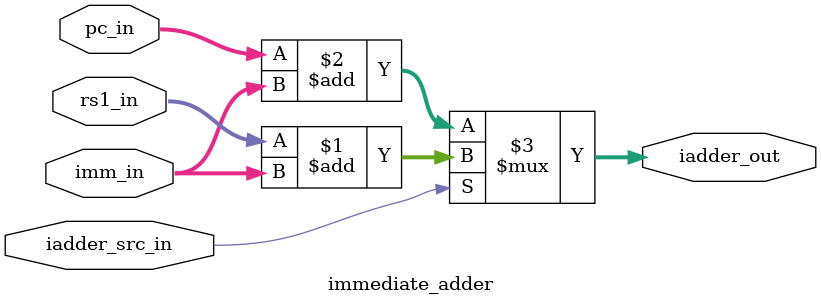
<source format=v>
module immediate_adder(input  [31:0] pc_in,rs1_in,imm_in,
                              input         iadder_src_in,
                              output [31:0] iadder_out
                             );

   assign iadder_out = iadder_src_in ? (rs1_in+imm_in) : (pc_in + imm_in);
endmodule


</source>
